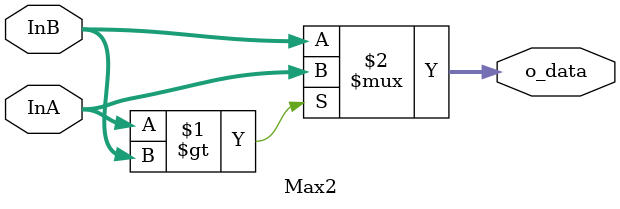
<source format=v>

module Max2 #(
    parameter DATA_WIDTH = 32
  )(
    input [31:0] InA, InB,
    output [31:0] o_data
  );

    assign o_data = (InA > InB)? InA : InB;
endmodule
    
</source>
